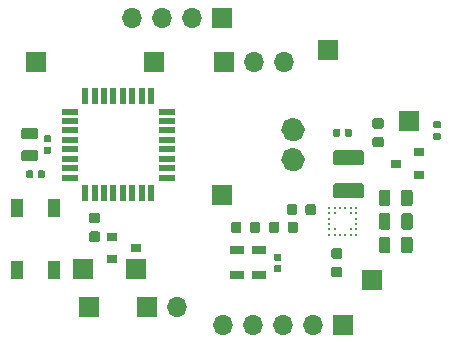
<source format=gbr>
G04 #@! TF.GenerationSoftware,KiCad,Pcbnew,(5.1.5)-3*
G04 #@! TF.CreationDate,2021-01-08T03:31:11-05:00*
G04 #@! TF.ProjectId,EPC611 LIDAR,45504336-3131-4204-9c49-4441522e6b69,rev?*
G04 #@! TF.SameCoordinates,Original*
G04 #@! TF.FileFunction,Soldermask,Top*
G04 #@! TF.FilePolarity,Negative*
%FSLAX46Y46*%
G04 Gerber Fmt 4.6, Leading zero omitted, Abs format (unit mm)*
G04 Created by KiCad (PCBNEW (5.1.5)-3) date 2021-01-08 03:31:11*
%MOMM*%
%LPD*%
G04 APERTURE LIST*
%ADD10C,1.000000*%
%ADD11R,1.193800X0.762000*%
%ADD12R,1.473200X0.508000*%
%ADD13R,0.508000X1.473200*%
%ADD14C,0.250000*%
%ADD15R,1.700000X1.700000*%
%ADD16R,0.990600X1.549400*%
%ADD17C,0.100000*%
%ADD18R,0.900000X0.800000*%
%ADD19O,1.700000X1.700000*%
G04 APERTURE END LIST*
D10*
X125300000Y-106270000D02*
G75*
G03X125300000Y-106270000I-500000J0D01*
G01*
X125300000Y-103730000D02*
G75*
G03X125300000Y-103730000I-500000J0D01*
G01*
D11*
X121952500Y-116054100D03*
X121952500Y-113945900D03*
X120047500Y-113945900D03*
X120047500Y-116054100D03*
D12*
X105885200Y-102200001D03*
X105885200Y-102999999D03*
X105885200Y-103800000D03*
X105885200Y-104600001D03*
X105885200Y-105399999D03*
X105885200Y-106200000D03*
X105885200Y-106999999D03*
X105885200Y-107799999D03*
D13*
X107200001Y-109114800D03*
X107999999Y-109114800D03*
X108800000Y-109114800D03*
X109600001Y-109114800D03*
X110399999Y-109114800D03*
X111200000Y-109114800D03*
X111999999Y-109114800D03*
X112799999Y-109114800D03*
D12*
X114114800Y-107799999D03*
X114114800Y-107000001D03*
X114114800Y-106200000D03*
X114114800Y-105399999D03*
X114114800Y-104600001D03*
X114114800Y-103800000D03*
X114114800Y-103000001D03*
X114114800Y-102200001D03*
D13*
X112799999Y-100885200D03*
X112000001Y-100885200D03*
X111200000Y-100885200D03*
X110399999Y-100885200D03*
X109600001Y-100885200D03*
X108800000Y-100885200D03*
X108000001Y-100885200D03*
X107200001Y-100885200D03*
D14*
X130125000Y-112625000D03*
X130125000Y-112175000D03*
X130125000Y-111725000D03*
X130125000Y-111275000D03*
X130125000Y-110825000D03*
X130125000Y-110375000D03*
X129675000Y-112625000D03*
X129675000Y-112175000D03*
X129675000Y-110825000D03*
X129675000Y-110375000D03*
X129225000Y-112625000D03*
X129225000Y-110375000D03*
X128775000Y-112625000D03*
X128775000Y-110375000D03*
X128325000Y-112625000D03*
X128325000Y-112175000D03*
X128325000Y-110825000D03*
X128325000Y-110375000D03*
X127875000Y-112625000D03*
X127875000Y-112175000D03*
X127875000Y-111725000D03*
X127875000Y-111275000D03*
X127875000Y-110825000D03*
X127875000Y-110375000D03*
D15*
X103000000Y-98000000D03*
X131500000Y-116500000D03*
X127750000Y-97000000D03*
X107500000Y-118750000D03*
X134600000Y-103000000D03*
X118750000Y-109250000D03*
X113000000Y-98000000D03*
X111500000Y-115500000D03*
X107000000Y-115500000D03*
D16*
X101400001Y-115625001D03*
X104599999Y-115625001D03*
X104599999Y-110374999D03*
X101400001Y-110374999D03*
D17*
G36*
X123452691Y-111526053D02*
G01*
X123473926Y-111529203D01*
X123494750Y-111534419D01*
X123514962Y-111541651D01*
X123534368Y-111550830D01*
X123552781Y-111561866D01*
X123570024Y-111574654D01*
X123585930Y-111589070D01*
X123600346Y-111604976D01*
X123613134Y-111622219D01*
X123624170Y-111640632D01*
X123633349Y-111660038D01*
X123640581Y-111680250D01*
X123645797Y-111701074D01*
X123648947Y-111722309D01*
X123650000Y-111743750D01*
X123650000Y-112256250D01*
X123648947Y-112277691D01*
X123645797Y-112298926D01*
X123640581Y-112319750D01*
X123633349Y-112339962D01*
X123624170Y-112359368D01*
X123613134Y-112377781D01*
X123600346Y-112395024D01*
X123585930Y-112410930D01*
X123570024Y-112425346D01*
X123552781Y-112438134D01*
X123534368Y-112449170D01*
X123514962Y-112458349D01*
X123494750Y-112465581D01*
X123473926Y-112470797D01*
X123452691Y-112473947D01*
X123431250Y-112475000D01*
X122993750Y-112475000D01*
X122972309Y-112473947D01*
X122951074Y-112470797D01*
X122930250Y-112465581D01*
X122910038Y-112458349D01*
X122890632Y-112449170D01*
X122872219Y-112438134D01*
X122854976Y-112425346D01*
X122839070Y-112410930D01*
X122824654Y-112395024D01*
X122811866Y-112377781D01*
X122800830Y-112359368D01*
X122791651Y-112339962D01*
X122784419Y-112319750D01*
X122779203Y-112298926D01*
X122776053Y-112277691D01*
X122775000Y-112256250D01*
X122775000Y-111743750D01*
X122776053Y-111722309D01*
X122779203Y-111701074D01*
X122784419Y-111680250D01*
X122791651Y-111660038D01*
X122800830Y-111640632D01*
X122811866Y-111622219D01*
X122824654Y-111604976D01*
X122839070Y-111589070D01*
X122854976Y-111574654D01*
X122872219Y-111561866D01*
X122890632Y-111550830D01*
X122910038Y-111541651D01*
X122930250Y-111534419D01*
X122951074Y-111529203D01*
X122972309Y-111526053D01*
X122993750Y-111525000D01*
X123431250Y-111525000D01*
X123452691Y-111526053D01*
G37*
G36*
X125027691Y-111526053D02*
G01*
X125048926Y-111529203D01*
X125069750Y-111534419D01*
X125089962Y-111541651D01*
X125109368Y-111550830D01*
X125127781Y-111561866D01*
X125145024Y-111574654D01*
X125160930Y-111589070D01*
X125175346Y-111604976D01*
X125188134Y-111622219D01*
X125199170Y-111640632D01*
X125208349Y-111660038D01*
X125215581Y-111680250D01*
X125220797Y-111701074D01*
X125223947Y-111722309D01*
X125225000Y-111743750D01*
X125225000Y-112256250D01*
X125223947Y-112277691D01*
X125220797Y-112298926D01*
X125215581Y-112319750D01*
X125208349Y-112339962D01*
X125199170Y-112359368D01*
X125188134Y-112377781D01*
X125175346Y-112395024D01*
X125160930Y-112410930D01*
X125145024Y-112425346D01*
X125127781Y-112438134D01*
X125109368Y-112449170D01*
X125089962Y-112458349D01*
X125069750Y-112465581D01*
X125048926Y-112470797D01*
X125027691Y-112473947D01*
X125006250Y-112475000D01*
X124568750Y-112475000D01*
X124547309Y-112473947D01*
X124526074Y-112470797D01*
X124505250Y-112465581D01*
X124485038Y-112458349D01*
X124465632Y-112449170D01*
X124447219Y-112438134D01*
X124429976Y-112425346D01*
X124414070Y-112410930D01*
X124399654Y-112395024D01*
X124386866Y-112377781D01*
X124375830Y-112359368D01*
X124366651Y-112339962D01*
X124359419Y-112319750D01*
X124354203Y-112298926D01*
X124351053Y-112277691D01*
X124350000Y-112256250D01*
X124350000Y-111743750D01*
X124351053Y-111722309D01*
X124354203Y-111701074D01*
X124359419Y-111680250D01*
X124366651Y-111660038D01*
X124375830Y-111640632D01*
X124386866Y-111622219D01*
X124399654Y-111604976D01*
X124414070Y-111589070D01*
X124429976Y-111574654D01*
X124447219Y-111561866D01*
X124465632Y-111550830D01*
X124485038Y-111541651D01*
X124505250Y-111534419D01*
X124526074Y-111529203D01*
X124547309Y-111526053D01*
X124568750Y-111525000D01*
X125006250Y-111525000D01*
X125027691Y-111526053D01*
G37*
G36*
X120240191Y-111526053D02*
G01*
X120261426Y-111529203D01*
X120282250Y-111534419D01*
X120302462Y-111541651D01*
X120321868Y-111550830D01*
X120340281Y-111561866D01*
X120357524Y-111574654D01*
X120373430Y-111589070D01*
X120387846Y-111604976D01*
X120400634Y-111622219D01*
X120411670Y-111640632D01*
X120420849Y-111660038D01*
X120428081Y-111680250D01*
X120433297Y-111701074D01*
X120436447Y-111722309D01*
X120437500Y-111743750D01*
X120437500Y-112256250D01*
X120436447Y-112277691D01*
X120433297Y-112298926D01*
X120428081Y-112319750D01*
X120420849Y-112339962D01*
X120411670Y-112359368D01*
X120400634Y-112377781D01*
X120387846Y-112395024D01*
X120373430Y-112410930D01*
X120357524Y-112425346D01*
X120340281Y-112438134D01*
X120321868Y-112449170D01*
X120302462Y-112458349D01*
X120282250Y-112465581D01*
X120261426Y-112470797D01*
X120240191Y-112473947D01*
X120218750Y-112475000D01*
X119781250Y-112475000D01*
X119759809Y-112473947D01*
X119738574Y-112470797D01*
X119717750Y-112465581D01*
X119697538Y-112458349D01*
X119678132Y-112449170D01*
X119659719Y-112438134D01*
X119642476Y-112425346D01*
X119626570Y-112410930D01*
X119612154Y-112395024D01*
X119599366Y-112377781D01*
X119588330Y-112359368D01*
X119579151Y-112339962D01*
X119571919Y-112319750D01*
X119566703Y-112298926D01*
X119563553Y-112277691D01*
X119562500Y-112256250D01*
X119562500Y-111743750D01*
X119563553Y-111722309D01*
X119566703Y-111701074D01*
X119571919Y-111680250D01*
X119579151Y-111660038D01*
X119588330Y-111640632D01*
X119599366Y-111622219D01*
X119612154Y-111604976D01*
X119626570Y-111589070D01*
X119642476Y-111574654D01*
X119659719Y-111561866D01*
X119678132Y-111550830D01*
X119697538Y-111541651D01*
X119717750Y-111534419D01*
X119738574Y-111529203D01*
X119759809Y-111526053D01*
X119781250Y-111525000D01*
X120218750Y-111525000D01*
X120240191Y-111526053D01*
G37*
G36*
X121815191Y-111526053D02*
G01*
X121836426Y-111529203D01*
X121857250Y-111534419D01*
X121877462Y-111541651D01*
X121896868Y-111550830D01*
X121915281Y-111561866D01*
X121932524Y-111574654D01*
X121948430Y-111589070D01*
X121962846Y-111604976D01*
X121975634Y-111622219D01*
X121986670Y-111640632D01*
X121995849Y-111660038D01*
X122003081Y-111680250D01*
X122008297Y-111701074D01*
X122011447Y-111722309D01*
X122012500Y-111743750D01*
X122012500Y-112256250D01*
X122011447Y-112277691D01*
X122008297Y-112298926D01*
X122003081Y-112319750D01*
X121995849Y-112339962D01*
X121986670Y-112359368D01*
X121975634Y-112377781D01*
X121962846Y-112395024D01*
X121948430Y-112410930D01*
X121932524Y-112425346D01*
X121915281Y-112438134D01*
X121896868Y-112449170D01*
X121877462Y-112458349D01*
X121857250Y-112465581D01*
X121836426Y-112470797D01*
X121815191Y-112473947D01*
X121793750Y-112475000D01*
X121356250Y-112475000D01*
X121334809Y-112473947D01*
X121313574Y-112470797D01*
X121292750Y-112465581D01*
X121272538Y-112458349D01*
X121253132Y-112449170D01*
X121234719Y-112438134D01*
X121217476Y-112425346D01*
X121201570Y-112410930D01*
X121187154Y-112395024D01*
X121174366Y-112377781D01*
X121163330Y-112359368D01*
X121154151Y-112339962D01*
X121146919Y-112319750D01*
X121141703Y-112298926D01*
X121138553Y-112277691D01*
X121137500Y-112256250D01*
X121137500Y-111743750D01*
X121138553Y-111722309D01*
X121141703Y-111701074D01*
X121146919Y-111680250D01*
X121154151Y-111660038D01*
X121163330Y-111640632D01*
X121174366Y-111622219D01*
X121187154Y-111604976D01*
X121201570Y-111589070D01*
X121217476Y-111574654D01*
X121234719Y-111561866D01*
X121253132Y-111550830D01*
X121272538Y-111541651D01*
X121292750Y-111534419D01*
X121313574Y-111529203D01*
X121334809Y-111526053D01*
X121356250Y-111525000D01*
X121793750Y-111525000D01*
X121815191Y-111526053D01*
G37*
G36*
X108277691Y-110776053D02*
G01*
X108298926Y-110779203D01*
X108319750Y-110784419D01*
X108339962Y-110791651D01*
X108359368Y-110800830D01*
X108377781Y-110811866D01*
X108395024Y-110824654D01*
X108410930Y-110839070D01*
X108425346Y-110854976D01*
X108438134Y-110872219D01*
X108449170Y-110890632D01*
X108458349Y-110910038D01*
X108465581Y-110930250D01*
X108470797Y-110951074D01*
X108473947Y-110972309D01*
X108475000Y-110993750D01*
X108475000Y-111431250D01*
X108473947Y-111452691D01*
X108470797Y-111473926D01*
X108465581Y-111494750D01*
X108458349Y-111514962D01*
X108449170Y-111534368D01*
X108438134Y-111552781D01*
X108425346Y-111570024D01*
X108410930Y-111585930D01*
X108395024Y-111600346D01*
X108377781Y-111613134D01*
X108359368Y-111624170D01*
X108339962Y-111633349D01*
X108319750Y-111640581D01*
X108298926Y-111645797D01*
X108277691Y-111648947D01*
X108256250Y-111650000D01*
X107743750Y-111650000D01*
X107722309Y-111648947D01*
X107701074Y-111645797D01*
X107680250Y-111640581D01*
X107660038Y-111633349D01*
X107640632Y-111624170D01*
X107622219Y-111613134D01*
X107604976Y-111600346D01*
X107589070Y-111585930D01*
X107574654Y-111570024D01*
X107561866Y-111552781D01*
X107550830Y-111534368D01*
X107541651Y-111514962D01*
X107534419Y-111494750D01*
X107529203Y-111473926D01*
X107526053Y-111452691D01*
X107525000Y-111431250D01*
X107525000Y-110993750D01*
X107526053Y-110972309D01*
X107529203Y-110951074D01*
X107534419Y-110930250D01*
X107541651Y-110910038D01*
X107550830Y-110890632D01*
X107561866Y-110872219D01*
X107574654Y-110854976D01*
X107589070Y-110839070D01*
X107604976Y-110824654D01*
X107622219Y-110811866D01*
X107640632Y-110800830D01*
X107660038Y-110791651D01*
X107680250Y-110784419D01*
X107701074Y-110779203D01*
X107722309Y-110776053D01*
X107743750Y-110775000D01*
X108256250Y-110775000D01*
X108277691Y-110776053D01*
G37*
G36*
X108277691Y-112351053D02*
G01*
X108298926Y-112354203D01*
X108319750Y-112359419D01*
X108339962Y-112366651D01*
X108359368Y-112375830D01*
X108377781Y-112386866D01*
X108395024Y-112399654D01*
X108410930Y-112414070D01*
X108425346Y-112429976D01*
X108438134Y-112447219D01*
X108449170Y-112465632D01*
X108458349Y-112485038D01*
X108465581Y-112505250D01*
X108470797Y-112526074D01*
X108473947Y-112547309D01*
X108475000Y-112568750D01*
X108475000Y-113006250D01*
X108473947Y-113027691D01*
X108470797Y-113048926D01*
X108465581Y-113069750D01*
X108458349Y-113089962D01*
X108449170Y-113109368D01*
X108438134Y-113127781D01*
X108425346Y-113145024D01*
X108410930Y-113160930D01*
X108395024Y-113175346D01*
X108377781Y-113188134D01*
X108359368Y-113199170D01*
X108339962Y-113208349D01*
X108319750Y-113215581D01*
X108298926Y-113220797D01*
X108277691Y-113223947D01*
X108256250Y-113225000D01*
X107743750Y-113225000D01*
X107722309Y-113223947D01*
X107701074Y-113220797D01*
X107680250Y-113215581D01*
X107660038Y-113208349D01*
X107640632Y-113199170D01*
X107622219Y-113188134D01*
X107604976Y-113175346D01*
X107589070Y-113160930D01*
X107574654Y-113145024D01*
X107561866Y-113127781D01*
X107550830Y-113109368D01*
X107541651Y-113089962D01*
X107534419Y-113069750D01*
X107529203Y-113048926D01*
X107526053Y-113027691D01*
X107525000Y-113006250D01*
X107525000Y-112568750D01*
X107526053Y-112547309D01*
X107529203Y-112526074D01*
X107534419Y-112505250D01*
X107541651Y-112485038D01*
X107550830Y-112465632D01*
X107561866Y-112447219D01*
X107574654Y-112429976D01*
X107589070Y-112414070D01*
X107604976Y-112399654D01*
X107622219Y-112386866D01*
X107640632Y-112375830D01*
X107660038Y-112366651D01*
X107680250Y-112359419D01*
X107701074Y-112354203D01*
X107722309Y-112351053D01*
X107743750Y-112350000D01*
X108256250Y-112350000D01*
X108277691Y-112351053D01*
G37*
G36*
X132277691Y-104351053D02*
G01*
X132298926Y-104354203D01*
X132319750Y-104359419D01*
X132339962Y-104366651D01*
X132359368Y-104375830D01*
X132377781Y-104386866D01*
X132395024Y-104399654D01*
X132410930Y-104414070D01*
X132425346Y-104429976D01*
X132438134Y-104447219D01*
X132449170Y-104465632D01*
X132458349Y-104485038D01*
X132465581Y-104505250D01*
X132470797Y-104526074D01*
X132473947Y-104547309D01*
X132475000Y-104568750D01*
X132475000Y-105006250D01*
X132473947Y-105027691D01*
X132470797Y-105048926D01*
X132465581Y-105069750D01*
X132458349Y-105089962D01*
X132449170Y-105109368D01*
X132438134Y-105127781D01*
X132425346Y-105145024D01*
X132410930Y-105160930D01*
X132395024Y-105175346D01*
X132377781Y-105188134D01*
X132359368Y-105199170D01*
X132339962Y-105208349D01*
X132319750Y-105215581D01*
X132298926Y-105220797D01*
X132277691Y-105223947D01*
X132256250Y-105225000D01*
X131743750Y-105225000D01*
X131722309Y-105223947D01*
X131701074Y-105220797D01*
X131680250Y-105215581D01*
X131660038Y-105208349D01*
X131640632Y-105199170D01*
X131622219Y-105188134D01*
X131604976Y-105175346D01*
X131589070Y-105160930D01*
X131574654Y-105145024D01*
X131561866Y-105127781D01*
X131550830Y-105109368D01*
X131541651Y-105089962D01*
X131534419Y-105069750D01*
X131529203Y-105048926D01*
X131526053Y-105027691D01*
X131525000Y-105006250D01*
X131525000Y-104568750D01*
X131526053Y-104547309D01*
X131529203Y-104526074D01*
X131534419Y-104505250D01*
X131541651Y-104485038D01*
X131550830Y-104465632D01*
X131561866Y-104447219D01*
X131574654Y-104429976D01*
X131589070Y-104414070D01*
X131604976Y-104399654D01*
X131622219Y-104386866D01*
X131640632Y-104375830D01*
X131660038Y-104366651D01*
X131680250Y-104359419D01*
X131701074Y-104354203D01*
X131722309Y-104351053D01*
X131743750Y-104350000D01*
X132256250Y-104350000D01*
X132277691Y-104351053D01*
G37*
G36*
X132277691Y-102776053D02*
G01*
X132298926Y-102779203D01*
X132319750Y-102784419D01*
X132339962Y-102791651D01*
X132359368Y-102800830D01*
X132377781Y-102811866D01*
X132395024Y-102824654D01*
X132410930Y-102839070D01*
X132425346Y-102854976D01*
X132438134Y-102872219D01*
X132449170Y-102890632D01*
X132458349Y-102910038D01*
X132465581Y-102930250D01*
X132470797Y-102951074D01*
X132473947Y-102972309D01*
X132475000Y-102993750D01*
X132475000Y-103431250D01*
X132473947Y-103452691D01*
X132470797Y-103473926D01*
X132465581Y-103494750D01*
X132458349Y-103514962D01*
X132449170Y-103534368D01*
X132438134Y-103552781D01*
X132425346Y-103570024D01*
X132410930Y-103585930D01*
X132395024Y-103600346D01*
X132377781Y-103613134D01*
X132359368Y-103624170D01*
X132339962Y-103633349D01*
X132319750Y-103640581D01*
X132298926Y-103645797D01*
X132277691Y-103648947D01*
X132256250Y-103650000D01*
X131743750Y-103650000D01*
X131722309Y-103648947D01*
X131701074Y-103645797D01*
X131680250Y-103640581D01*
X131660038Y-103633349D01*
X131640632Y-103624170D01*
X131622219Y-103613134D01*
X131604976Y-103600346D01*
X131589070Y-103585930D01*
X131574654Y-103570024D01*
X131561866Y-103552781D01*
X131550830Y-103534368D01*
X131541651Y-103514962D01*
X131534419Y-103494750D01*
X131529203Y-103473926D01*
X131526053Y-103452691D01*
X131525000Y-103431250D01*
X131525000Y-102993750D01*
X131526053Y-102972309D01*
X131529203Y-102951074D01*
X131534419Y-102930250D01*
X131541651Y-102910038D01*
X131550830Y-102890632D01*
X131561866Y-102872219D01*
X131574654Y-102854976D01*
X131589070Y-102839070D01*
X131604976Y-102824654D01*
X131622219Y-102811866D01*
X131640632Y-102800830D01*
X131660038Y-102791651D01*
X131680250Y-102784419D01*
X131701074Y-102779203D01*
X131722309Y-102776053D01*
X131743750Y-102775000D01*
X132256250Y-102775000D01*
X132277691Y-102776053D01*
G37*
G36*
X130599504Y-108276204D02*
G01*
X130623773Y-108279804D01*
X130647571Y-108285765D01*
X130670671Y-108294030D01*
X130692849Y-108304520D01*
X130713893Y-108317133D01*
X130733598Y-108331747D01*
X130751777Y-108348223D01*
X130768253Y-108366402D01*
X130782867Y-108386107D01*
X130795480Y-108407151D01*
X130805970Y-108429329D01*
X130814235Y-108452429D01*
X130820196Y-108476227D01*
X130823796Y-108500496D01*
X130825000Y-108525000D01*
X130825000Y-109275000D01*
X130823796Y-109299504D01*
X130820196Y-109323773D01*
X130814235Y-109347571D01*
X130805970Y-109370671D01*
X130795480Y-109392849D01*
X130782867Y-109413893D01*
X130768253Y-109433598D01*
X130751777Y-109451777D01*
X130733598Y-109468253D01*
X130713893Y-109482867D01*
X130692849Y-109495480D01*
X130670671Y-109505970D01*
X130647571Y-109514235D01*
X130623773Y-109520196D01*
X130599504Y-109523796D01*
X130575000Y-109525000D01*
X128425000Y-109525000D01*
X128400496Y-109523796D01*
X128376227Y-109520196D01*
X128352429Y-109514235D01*
X128329329Y-109505970D01*
X128307151Y-109495480D01*
X128286107Y-109482867D01*
X128266402Y-109468253D01*
X128248223Y-109451777D01*
X128231747Y-109433598D01*
X128217133Y-109413893D01*
X128204520Y-109392849D01*
X128194030Y-109370671D01*
X128185765Y-109347571D01*
X128179804Y-109323773D01*
X128176204Y-109299504D01*
X128175000Y-109275000D01*
X128175000Y-108525000D01*
X128176204Y-108500496D01*
X128179804Y-108476227D01*
X128185765Y-108452429D01*
X128194030Y-108429329D01*
X128204520Y-108407151D01*
X128217133Y-108386107D01*
X128231747Y-108366402D01*
X128248223Y-108348223D01*
X128266402Y-108331747D01*
X128286107Y-108317133D01*
X128307151Y-108304520D01*
X128329329Y-108294030D01*
X128352429Y-108285765D01*
X128376227Y-108279804D01*
X128400496Y-108276204D01*
X128425000Y-108275000D01*
X130575000Y-108275000D01*
X130599504Y-108276204D01*
G37*
G36*
X130599504Y-105476204D02*
G01*
X130623773Y-105479804D01*
X130647571Y-105485765D01*
X130670671Y-105494030D01*
X130692849Y-105504520D01*
X130713893Y-105517133D01*
X130733598Y-105531747D01*
X130751777Y-105548223D01*
X130768253Y-105566402D01*
X130782867Y-105586107D01*
X130795480Y-105607151D01*
X130805970Y-105629329D01*
X130814235Y-105652429D01*
X130820196Y-105676227D01*
X130823796Y-105700496D01*
X130825000Y-105725000D01*
X130825000Y-106475000D01*
X130823796Y-106499504D01*
X130820196Y-106523773D01*
X130814235Y-106547571D01*
X130805970Y-106570671D01*
X130795480Y-106592849D01*
X130782867Y-106613893D01*
X130768253Y-106633598D01*
X130751777Y-106651777D01*
X130733598Y-106668253D01*
X130713893Y-106682867D01*
X130692849Y-106695480D01*
X130670671Y-106705970D01*
X130647571Y-106714235D01*
X130623773Y-106720196D01*
X130599504Y-106723796D01*
X130575000Y-106725000D01*
X128425000Y-106725000D01*
X128400496Y-106723796D01*
X128376227Y-106720196D01*
X128352429Y-106714235D01*
X128329329Y-106705970D01*
X128307151Y-106695480D01*
X128286107Y-106682867D01*
X128266402Y-106668253D01*
X128248223Y-106651777D01*
X128231747Y-106633598D01*
X128217133Y-106613893D01*
X128204520Y-106592849D01*
X128194030Y-106570671D01*
X128185765Y-106547571D01*
X128179804Y-106523773D01*
X128176204Y-106499504D01*
X128175000Y-106475000D01*
X128175000Y-105725000D01*
X128176204Y-105700496D01*
X128179804Y-105676227D01*
X128185765Y-105652429D01*
X128194030Y-105629329D01*
X128204520Y-105607151D01*
X128217133Y-105586107D01*
X128231747Y-105566402D01*
X128248223Y-105548223D01*
X128266402Y-105531747D01*
X128286107Y-105517133D01*
X128307151Y-105504520D01*
X128329329Y-105494030D01*
X128352429Y-105485765D01*
X128376227Y-105479804D01*
X128400496Y-105476204D01*
X128425000Y-105475000D01*
X130575000Y-105475000D01*
X130599504Y-105476204D01*
G37*
D18*
X111500000Y-113750000D03*
X109500000Y-114700000D03*
X109500000Y-112800000D03*
D19*
X115000000Y-118750000D03*
D15*
X112460000Y-118750000D03*
D19*
X124080000Y-98000000D03*
X121540000Y-98000000D03*
D15*
X119000000Y-98000000D03*
D19*
X118840000Y-120250000D03*
X121380000Y-120250000D03*
X123920000Y-120250000D03*
X126460000Y-120250000D03*
D15*
X129000000Y-120250000D03*
D19*
X111130000Y-94250000D03*
X113670000Y-94250000D03*
X116210000Y-94250000D03*
D15*
X118750000Y-94250000D03*
D18*
X133500000Y-106600000D03*
X135500000Y-105650000D03*
X135500000Y-107550000D03*
D17*
G36*
X102980142Y-105451174D02*
G01*
X103003803Y-105454684D01*
X103027007Y-105460496D01*
X103049529Y-105468554D01*
X103071153Y-105478782D01*
X103091670Y-105491079D01*
X103110883Y-105505329D01*
X103128607Y-105521393D01*
X103144671Y-105539117D01*
X103158921Y-105558330D01*
X103171218Y-105578847D01*
X103181446Y-105600471D01*
X103189504Y-105622993D01*
X103195316Y-105646197D01*
X103198826Y-105669858D01*
X103200000Y-105693750D01*
X103200000Y-106181250D01*
X103198826Y-106205142D01*
X103195316Y-106228803D01*
X103189504Y-106252007D01*
X103181446Y-106274529D01*
X103171218Y-106296153D01*
X103158921Y-106316670D01*
X103144671Y-106335883D01*
X103128607Y-106353607D01*
X103110883Y-106369671D01*
X103091670Y-106383921D01*
X103071153Y-106396218D01*
X103049529Y-106406446D01*
X103027007Y-106414504D01*
X103003803Y-106420316D01*
X102980142Y-106423826D01*
X102956250Y-106425000D01*
X102043750Y-106425000D01*
X102019858Y-106423826D01*
X101996197Y-106420316D01*
X101972993Y-106414504D01*
X101950471Y-106406446D01*
X101928847Y-106396218D01*
X101908330Y-106383921D01*
X101889117Y-106369671D01*
X101871393Y-106353607D01*
X101855329Y-106335883D01*
X101841079Y-106316670D01*
X101828782Y-106296153D01*
X101818554Y-106274529D01*
X101810496Y-106252007D01*
X101804684Y-106228803D01*
X101801174Y-106205142D01*
X101800000Y-106181250D01*
X101800000Y-105693750D01*
X101801174Y-105669858D01*
X101804684Y-105646197D01*
X101810496Y-105622993D01*
X101818554Y-105600471D01*
X101828782Y-105578847D01*
X101841079Y-105558330D01*
X101855329Y-105539117D01*
X101871393Y-105521393D01*
X101889117Y-105505329D01*
X101908330Y-105491079D01*
X101928847Y-105478782D01*
X101950471Y-105468554D01*
X101972993Y-105460496D01*
X101996197Y-105454684D01*
X102019858Y-105451174D01*
X102043750Y-105450000D01*
X102956250Y-105450000D01*
X102980142Y-105451174D01*
G37*
G36*
X102980142Y-103576174D02*
G01*
X103003803Y-103579684D01*
X103027007Y-103585496D01*
X103049529Y-103593554D01*
X103071153Y-103603782D01*
X103091670Y-103616079D01*
X103110883Y-103630329D01*
X103128607Y-103646393D01*
X103144671Y-103664117D01*
X103158921Y-103683330D01*
X103171218Y-103703847D01*
X103181446Y-103725471D01*
X103189504Y-103747993D01*
X103195316Y-103771197D01*
X103198826Y-103794858D01*
X103200000Y-103818750D01*
X103200000Y-104306250D01*
X103198826Y-104330142D01*
X103195316Y-104353803D01*
X103189504Y-104377007D01*
X103181446Y-104399529D01*
X103171218Y-104421153D01*
X103158921Y-104441670D01*
X103144671Y-104460883D01*
X103128607Y-104478607D01*
X103110883Y-104494671D01*
X103091670Y-104508921D01*
X103071153Y-104521218D01*
X103049529Y-104531446D01*
X103027007Y-104539504D01*
X103003803Y-104545316D01*
X102980142Y-104548826D01*
X102956250Y-104550000D01*
X102043750Y-104550000D01*
X102019858Y-104548826D01*
X101996197Y-104545316D01*
X101972993Y-104539504D01*
X101950471Y-104531446D01*
X101928847Y-104521218D01*
X101908330Y-104508921D01*
X101889117Y-104494671D01*
X101871393Y-104478607D01*
X101855329Y-104460883D01*
X101841079Y-104441670D01*
X101828782Y-104421153D01*
X101818554Y-104399529D01*
X101810496Y-104377007D01*
X101804684Y-104353803D01*
X101801174Y-104330142D01*
X101800000Y-104306250D01*
X101800000Y-103818750D01*
X101801174Y-103794858D01*
X101804684Y-103771197D01*
X101810496Y-103747993D01*
X101818554Y-103725471D01*
X101828782Y-103703847D01*
X101841079Y-103683330D01*
X101855329Y-103664117D01*
X101871393Y-103646393D01*
X101889117Y-103630329D01*
X101908330Y-103616079D01*
X101928847Y-103603782D01*
X101950471Y-103593554D01*
X101972993Y-103585496D01*
X101996197Y-103579684D01*
X102019858Y-103576174D01*
X102043750Y-103575000D01*
X102956250Y-103575000D01*
X102980142Y-103576174D01*
G37*
G36*
X104186958Y-105190710D02*
G01*
X104201276Y-105192834D01*
X104215317Y-105196351D01*
X104228946Y-105201228D01*
X104242031Y-105207417D01*
X104254447Y-105214858D01*
X104266073Y-105223481D01*
X104276798Y-105233202D01*
X104286519Y-105243927D01*
X104295142Y-105255553D01*
X104302583Y-105267969D01*
X104308772Y-105281054D01*
X104313649Y-105294683D01*
X104317166Y-105308724D01*
X104319290Y-105323042D01*
X104320000Y-105337500D01*
X104320000Y-105632500D01*
X104319290Y-105646958D01*
X104317166Y-105661276D01*
X104313649Y-105675317D01*
X104308772Y-105688946D01*
X104302583Y-105702031D01*
X104295142Y-105714447D01*
X104286519Y-105726073D01*
X104276798Y-105736798D01*
X104266073Y-105746519D01*
X104254447Y-105755142D01*
X104242031Y-105762583D01*
X104228946Y-105768772D01*
X104215317Y-105773649D01*
X104201276Y-105777166D01*
X104186958Y-105779290D01*
X104172500Y-105780000D01*
X103827500Y-105780000D01*
X103813042Y-105779290D01*
X103798724Y-105777166D01*
X103784683Y-105773649D01*
X103771054Y-105768772D01*
X103757969Y-105762583D01*
X103745553Y-105755142D01*
X103733927Y-105746519D01*
X103723202Y-105736798D01*
X103713481Y-105726073D01*
X103704858Y-105714447D01*
X103697417Y-105702031D01*
X103691228Y-105688946D01*
X103686351Y-105675317D01*
X103682834Y-105661276D01*
X103680710Y-105646958D01*
X103680000Y-105632500D01*
X103680000Y-105337500D01*
X103680710Y-105323042D01*
X103682834Y-105308724D01*
X103686351Y-105294683D01*
X103691228Y-105281054D01*
X103697417Y-105267969D01*
X103704858Y-105255553D01*
X103713481Y-105243927D01*
X103723202Y-105233202D01*
X103733927Y-105223481D01*
X103745553Y-105214858D01*
X103757969Y-105207417D01*
X103771054Y-105201228D01*
X103784683Y-105196351D01*
X103798724Y-105192834D01*
X103813042Y-105190710D01*
X103827500Y-105190000D01*
X104172500Y-105190000D01*
X104186958Y-105190710D01*
G37*
G36*
X104186958Y-104220710D02*
G01*
X104201276Y-104222834D01*
X104215317Y-104226351D01*
X104228946Y-104231228D01*
X104242031Y-104237417D01*
X104254447Y-104244858D01*
X104266073Y-104253481D01*
X104276798Y-104263202D01*
X104286519Y-104273927D01*
X104295142Y-104285553D01*
X104302583Y-104297969D01*
X104308772Y-104311054D01*
X104313649Y-104324683D01*
X104317166Y-104338724D01*
X104319290Y-104353042D01*
X104320000Y-104367500D01*
X104320000Y-104662500D01*
X104319290Y-104676958D01*
X104317166Y-104691276D01*
X104313649Y-104705317D01*
X104308772Y-104718946D01*
X104302583Y-104732031D01*
X104295142Y-104744447D01*
X104286519Y-104756073D01*
X104276798Y-104766798D01*
X104266073Y-104776519D01*
X104254447Y-104785142D01*
X104242031Y-104792583D01*
X104228946Y-104798772D01*
X104215317Y-104803649D01*
X104201276Y-104807166D01*
X104186958Y-104809290D01*
X104172500Y-104810000D01*
X103827500Y-104810000D01*
X103813042Y-104809290D01*
X103798724Y-104807166D01*
X103784683Y-104803649D01*
X103771054Y-104798772D01*
X103757969Y-104792583D01*
X103745553Y-104785142D01*
X103733927Y-104776519D01*
X103723202Y-104766798D01*
X103713481Y-104756073D01*
X103704858Y-104744447D01*
X103697417Y-104732031D01*
X103691228Y-104718946D01*
X103686351Y-104705317D01*
X103682834Y-104691276D01*
X103680710Y-104676958D01*
X103680000Y-104662500D01*
X103680000Y-104367500D01*
X103680710Y-104353042D01*
X103682834Y-104338724D01*
X103686351Y-104324683D01*
X103691228Y-104311054D01*
X103697417Y-104297969D01*
X103704858Y-104285553D01*
X103713481Y-104273927D01*
X103723202Y-104263202D01*
X103733927Y-104253481D01*
X103745553Y-104244858D01*
X103757969Y-104237417D01*
X103771054Y-104231228D01*
X103784683Y-104226351D01*
X103798724Y-104222834D01*
X103813042Y-104220710D01*
X103827500Y-104220000D01*
X104172500Y-104220000D01*
X104186958Y-104220710D01*
G37*
G36*
X102676958Y-107180710D02*
G01*
X102691276Y-107182834D01*
X102705317Y-107186351D01*
X102718946Y-107191228D01*
X102732031Y-107197417D01*
X102744447Y-107204858D01*
X102756073Y-107213481D01*
X102766798Y-107223202D01*
X102776519Y-107233927D01*
X102785142Y-107245553D01*
X102792583Y-107257969D01*
X102798772Y-107271054D01*
X102803649Y-107284683D01*
X102807166Y-107298724D01*
X102809290Y-107313042D01*
X102810000Y-107327500D01*
X102810000Y-107672500D01*
X102809290Y-107686958D01*
X102807166Y-107701276D01*
X102803649Y-107715317D01*
X102798772Y-107728946D01*
X102792583Y-107742031D01*
X102785142Y-107754447D01*
X102776519Y-107766073D01*
X102766798Y-107776798D01*
X102756073Y-107786519D01*
X102744447Y-107795142D01*
X102732031Y-107802583D01*
X102718946Y-107808772D01*
X102705317Y-107813649D01*
X102691276Y-107817166D01*
X102676958Y-107819290D01*
X102662500Y-107820000D01*
X102367500Y-107820000D01*
X102353042Y-107819290D01*
X102338724Y-107817166D01*
X102324683Y-107813649D01*
X102311054Y-107808772D01*
X102297969Y-107802583D01*
X102285553Y-107795142D01*
X102273927Y-107786519D01*
X102263202Y-107776798D01*
X102253481Y-107766073D01*
X102244858Y-107754447D01*
X102237417Y-107742031D01*
X102231228Y-107728946D01*
X102226351Y-107715317D01*
X102222834Y-107701276D01*
X102220710Y-107686958D01*
X102220000Y-107672500D01*
X102220000Y-107327500D01*
X102220710Y-107313042D01*
X102222834Y-107298724D01*
X102226351Y-107284683D01*
X102231228Y-107271054D01*
X102237417Y-107257969D01*
X102244858Y-107245553D01*
X102253481Y-107233927D01*
X102263202Y-107223202D01*
X102273927Y-107213481D01*
X102285553Y-107204858D01*
X102297969Y-107197417D01*
X102311054Y-107191228D01*
X102324683Y-107186351D01*
X102338724Y-107182834D01*
X102353042Y-107180710D01*
X102367500Y-107180000D01*
X102662500Y-107180000D01*
X102676958Y-107180710D01*
G37*
G36*
X103646958Y-107180710D02*
G01*
X103661276Y-107182834D01*
X103675317Y-107186351D01*
X103688946Y-107191228D01*
X103702031Y-107197417D01*
X103714447Y-107204858D01*
X103726073Y-107213481D01*
X103736798Y-107223202D01*
X103746519Y-107233927D01*
X103755142Y-107245553D01*
X103762583Y-107257969D01*
X103768772Y-107271054D01*
X103773649Y-107284683D01*
X103777166Y-107298724D01*
X103779290Y-107313042D01*
X103780000Y-107327500D01*
X103780000Y-107672500D01*
X103779290Y-107686958D01*
X103777166Y-107701276D01*
X103773649Y-107715317D01*
X103768772Y-107728946D01*
X103762583Y-107742031D01*
X103755142Y-107754447D01*
X103746519Y-107766073D01*
X103736798Y-107776798D01*
X103726073Y-107786519D01*
X103714447Y-107795142D01*
X103702031Y-107802583D01*
X103688946Y-107808772D01*
X103675317Y-107813649D01*
X103661276Y-107817166D01*
X103646958Y-107819290D01*
X103632500Y-107820000D01*
X103337500Y-107820000D01*
X103323042Y-107819290D01*
X103308724Y-107817166D01*
X103294683Y-107813649D01*
X103281054Y-107808772D01*
X103267969Y-107802583D01*
X103255553Y-107795142D01*
X103243927Y-107786519D01*
X103233202Y-107776798D01*
X103223481Y-107766073D01*
X103214858Y-107754447D01*
X103207417Y-107742031D01*
X103201228Y-107728946D01*
X103196351Y-107715317D01*
X103192834Y-107701276D01*
X103190710Y-107686958D01*
X103190000Y-107672500D01*
X103190000Y-107327500D01*
X103190710Y-107313042D01*
X103192834Y-107298724D01*
X103196351Y-107284683D01*
X103201228Y-107271054D01*
X103207417Y-107257969D01*
X103214858Y-107245553D01*
X103223481Y-107233927D01*
X103233202Y-107223202D01*
X103243927Y-107213481D01*
X103255553Y-107204858D01*
X103267969Y-107197417D01*
X103281054Y-107191228D01*
X103294683Y-107186351D01*
X103308724Y-107182834D01*
X103323042Y-107180710D01*
X103337500Y-107180000D01*
X103632500Y-107180000D01*
X103646958Y-107180710D01*
G37*
G36*
X123686958Y-115205710D02*
G01*
X123701276Y-115207834D01*
X123715317Y-115211351D01*
X123728946Y-115216228D01*
X123742031Y-115222417D01*
X123754447Y-115229858D01*
X123766073Y-115238481D01*
X123776798Y-115248202D01*
X123786519Y-115258927D01*
X123795142Y-115270553D01*
X123802583Y-115282969D01*
X123808772Y-115296054D01*
X123813649Y-115309683D01*
X123817166Y-115323724D01*
X123819290Y-115338042D01*
X123820000Y-115352500D01*
X123820000Y-115647500D01*
X123819290Y-115661958D01*
X123817166Y-115676276D01*
X123813649Y-115690317D01*
X123808772Y-115703946D01*
X123802583Y-115717031D01*
X123795142Y-115729447D01*
X123786519Y-115741073D01*
X123776798Y-115751798D01*
X123766073Y-115761519D01*
X123754447Y-115770142D01*
X123742031Y-115777583D01*
X123728946Y-115783772D01*
X123715317Y-115788649D01*
X123701276Y-115792166D01*
X123686958Y-115794290D01*
X123672500Y-115795000D01*
X123327500Y-115795000D01*
X123313042Y-115794290D01*
X123298724Y-115792166D01*
X123284683Y-115788649D01*
X123271054Y-115783772D01*
X123257969Y-115777583D01*
X123245553Y-115770142D01*
X123233927Y-115761519D01*
X123223202Y-115751798D01*
X123213481Y-115741073D01*
X123204858Y-115729447D01*
X123197417Y-115717031D01*
X123191228Y-115703946D01*
X123186351Y-115690317D01*
X123182834Y-115676276D01*
X123180710Y-115661958D01*
X123180000Y-115647500D01*
X123180000Y-115352500D01*
X123180710Y-115338042D01*
X123182834Y-115323724D01*
X123186351Y-115309683D01*
X123191228Y-115296054D01*
X123197417Y-115282969D01*
X123204858Y-115270553D01*
X123213481Y-115258927D01*
X123223202Y-115248202D01*
X123233927Y-115238481D01*
X123245553Y-115229858D01*
X123257969Y-115222417D01*
X123271054Y-115216228D01*
X123284683Y-115211351D01*
X123298724Y-115207834D01*
X123313042Y-115205710D01*
X123327500Y-115205000D01*
X123672500Y-115205000D01*
X123686958Y-115205710D01*
G37*
G36*
X123686958Y-114235710D02*
G01*
X123701276Y-114237834D01*
X123715317Y-114241351D01*
X123728946Y-114246228D01*
X123742031Y-114252417D01*
X123754447Y-114259858D01*
X123766073Y-114268481D01*
X123776798Y-114278202D01*
X123786519Y-114288927D01*
X123795142Y-114300553D01*
X123802583Y-114312969D01*
X123808772Y-114326054D01*
X123813649Y-114339683D01*
X123817166Y-114353724D01*
X123819290Y-114368042D01*
X123820000Y-114382500D01*
X123820000Y-114677500D01*
X123819290Y-114691958D01*
X123817166Y-114706276D01*
X123813649Y-114720317D01*
X123808772Y-114733946D01*
X123802583Y-114747031D01*
X123795142Y-114759447D01*
X123786519Y-114771073D01*
X123776798Y-114781798D01*
X123766073Y-114791519D01*
X123754447Y-114800142D01*
X123742031Y-114807583D01*
X123728946Y-114813772D01*
X123715317Y-114818649D01*
X123701276Y-114822166D01*
X123686958Y-114824290D01*
X123672500Y-114825000D01*
X123327500Y-114825000D01*
X123313042Y-114824290D01*
X123298724Y-114822166D01*
X123284683Y-114818649D01*
X123271054Y-114813772D01*
X123257969Y-114807583D01*
X123245553Y-114800142D01*
X123233927Y-114791519D01*
X123223202Y-114781798D01*
X123213481Y-114771073D01*
X123204858Y-114759447D01*
X123197417Y-114747031D01*
X123191228Y-114733946D01*
X123186351Y-114720317D01*
X123182834Y-114706276D01*
X123180710Y-114691958D01*
X123180000Y-114677500D01*
X123180000Y-114382500D01*
X123180710Y-114368042D01*
X123182834Y-114353724D01*
X123186351Y-114339683D01*
X123191228Y-114326054D01*
X123197417Y-114312969D01*
X123204858Y-114300553D01*
X123213481Y-114288927D01*
X123223202Y-114278202D01*
X123233927Y-114268481D01*
X123245553Y-114259858D01*
X123257969Y-114252417D01*
X123271054Y-114246228D01*
X123284683Y-114241351D01*
X123298724Y-114237834D01*
X123313042Y-114235710D01*
X123327500Y-114235000D01*
X123672500Y-114235000D01*
X123686958Y-114235710D01*
G37*
G36*
X126527691Y-110026053D02*
G01*
X126548926Y-110029203D01*
X126569750Y-110034419D01*
X126589962Y-110041651D01*
X126609368Y-110050830D01*
X126627781Y-110061866D01*
X126645024Y-110074654D01*
X126660930Y-110089070D01*
X126675346Y-110104976D01*
X126688134Y-110122219D01*
X126699170Y-110140632D01*
X126708349Y-110160038D01*
X126715581Y-110180250D01*
X126720797Y-110201074D01*
X126723947Y-110222309D01*
X126725000Y-110243750D01*
X126725000Y-110756250D01*
X126723947Y-110777691D01*
X126720797Y-110798926D01*
X126715581Y-110819750D01*
X126708349Y-110839962D01*
X126699170Y-110859368D01*
X126688134Y-110877781D01*
X126675346Y-110895024D01*
X126660930Y-110910930D01*
X126645024Y-110925346D01*
X126627781Y-110938134D01*
X126609368Y-110949170D01*
X126589962Y-110958349D01*
X126569750Y-110965581D01*
X126548926Y-110970797D01*
X126527691Y-110973947D01*
X126506250Y-110975000D01*
X126068750Y-110975000D01*
X126047309Y-110973947D01*
X126026074Y-110970797D01*
X126005250Y-110965581D01*
X125985038Y-110958349D01*
X125965632Y-110949170D01*
X125947219Y-110938134D01*
X125929976Y-110925346D01*
X125914070Y-110910930D01*
X125899654Y-110895024D01*
X125886866Y-110877781D01*
X125875830Y-110859368D01*
X125866651Y-110839962D01*
X125859419Y-110819750D01*
X125854203Y-110798926D01*
X125851053Y-110777691D01*
X125850000Y-110756250D01*
X125850000Y-110243750D01*
X125851053Y-110222309D01*
X125854203Y-110201074D01*
X125859419Y-110180250D01*
X125866651Y-110160038D01*
X125875830Y-110140632D01*
X125886866Y-110122219D01*
X125899654Y-110104976D01*
X125914070Y-110089070D01*
X125929976Y-110074654D01*
X125947219Y-110061866D01*
X125965632Y-110050830D01*
X125985038Y-110041651D01*
X126005250Y-110034419D01*
X126026074Y-110029203D01*
X126047309Y-110026053D01*
X126068750Y-110025000D01*
X126506250Y-110025000D01*
X126527691Y-110026053D01*
G37*
G36*
X124952691Y-110026053D02*
G01*
X124973926Y-110029203D01*
X124994750Y-110034419D01*
X125014962Y-110041651D01*
X125034368Y-110050830D01*
X125052781Y-110061866D01*
X125070024Y-110074654D01*
X125085930Y-110089070D01*
X125100346Y-110104976D01*
X125113134Y-110122219D01*
X125124170Y-110140632D01*
X125133349Y-110160038D01*
X125140581Y-110180250D01*
X125145797Y-110201074D01*
X125148947Y-110222309D01*
X125150000Y-110243750D01*
X125150000Y-110756250D01*
X125148947Y-110777691D01*
X125145797Y-110798926D01*
X125140581Y-110819750D01*
X125133349Y-110839962D01*
X125124170Y-110859368D01*
X125113134Y-110877781D01*
X125100346Y-110895024D01*
X125085930Y-110910930D01*
X125070024Y-110925346D01*
X125052781Y-110938134D01*
X125034368Y-110949170D01*
X125014962Y-110958349D01*
X124994750Y-110965581D01*
X124973926Y-110970797D01*
X124952691Y-110973947D01*
X124931250Y-110975000D01*
X124493750Y-110975000D01*
X124472309Y-110973947D01*
X124451074Y-110970797D01*
X124430250Y-110965581D01*
X124410038Y-110958349D01*
X124390632Y-110949170D01*
X124372219Y-110938134D01*
X124354976Y-110925346D01*
X124339070Y-110910930D01*
X124324654Y-110895024D01*
X124311866Y-110877781D01*
X124300830Y-110859368D01*
X124291651Y-110839962D01*
X124284419Y-110819750D01*
X124279203Y-110798926D01*
X124276053Y-110777691D01*
X124275000Y-110756250D01*
X124275000Y-110243750D01*
X124276053Y-110222309D01*
X124279203Y-110201074D01*
X124284419Y-110180250D01*
X124291651Y-110160038D01*
X124300830Y-110140632D01*
X124311866Y-110122219D01*
X124324654Y-110104976D01*
X124339070Y-110089070D01*
X124354976Y-110074654D01*
X124372219Y-110061866D01*
X124390632Y-110050830D01*
X124410038Y-110041651D01*
X124430250Y-110034419D01*
X124451074Y-110029203D01*
X124472309Y-110026053D01*
X124493750Y-110025000D01*
X124931250Y-110025000D01*
X124952691Y-110026053D01*
G37*
G36*
X137186958Y-103990710D02*
G01*
X137201276Y-103992834D01*
X137215317Y-103996351D01*
X137228946Y-104001228D01*
X137242031Y-104007417D01*
X137254447Y-104014858D01*
X137266073Y-104023481D01*
X137276798Y-104033202D01*
X137286519Y-104043927D01*
X137295142Y-104055553D01*
X137302583Y-104067969D01*
X137308772Y-104081054D01*
X137313649Y-104094683D01*
X137317166Y-104108724D01*
X137319290Y-104123042D01*
X137320000Y-104137500D01*
X137320000Y-104432500D01*
X137319290Y-104446958D01*
X137317166Y-104461276D01*
X137313649Y-104475317D01*
X137308772Y-104488946D01*
X137302583Y-104502031D01*
X137295142Y-104514447D01*
X137286519Y-104526073D01*
X137276798Y-104536798D01*
X137266073Y-104546519D01*
X137254447Y-104555142D01*
X137242031Y-104562583D01*
X137228946Y-104568772D01*
X137215317Y-104573649D01*
X137201276Y-104577166D01*
X137186958Y-104579290D01*
X137172500Y-104580000D01*
X136827500Y-104580000D01*
X136813042Y-104579290D01*
X136798724Y-104577166D01*
X136784683Y-104573649D01*
X136771054Y-104568772D01*
X136757969Y-104562583D01*
X136745553Y-104555142D01*
X136733927Y-104546519D01*
X136723202Y-104536798D01*
X136713481Y-104526073D01*
X136704858Y-104514447D01*
X136697417Y-104502031D01*
X136691228Y-104488946D01*
X136686351Y-104475317D01*
X136682834Y-104461276D01*
X136680710Y-104446958D01*
X136680000Y-104432500D01*
X136680000Y-104137500D01*
X136680710Y-104123042D01*
X136682834Y-104108724D01*
X136686351Y-104094683D01*
X136691228Y-104081054D01*
X136697417Y-104067969D01*
X136704858Y-104055553D01*
X136713481Y-104043927D01*
X136723202Y-104033202D01*
X136733927Y-104023481D01*
X136745553Y-104014858D01*
X136757969Y-104007417D01*
X136771054Y-104001228D01*
X136784683Y-103996351D01*
X136798724Y-103992834D01*
X136813042Y-103990710D01*
X136827500Y-103990000D01*
X137172500Y-103990000D01*
X137186958Y-103990710D01*
G37*
G36*
X137186958Y-103020710D02*
G01*
X137201276Y-103022834D01*
X137215317Y-103026351D01*
X137228946Y-103031228D01*
X137242031Y-103037417D01*
X137254447Y-103044858D01*
X137266073Y-103053481D01*
X137276798Y-103063202D01*
X137286519Y-103073927D01*
X137295142Y-103085553D01*
X137302583Y-103097969D01*
X137308772Y-103111054D01*
X137313649Y-103124683D01*
X137317166Y-103138724D01*
X137319290Y-103153042D01*
X137320000Y-103167500D01*
X137320000Y-103462500D01*
X137319290Y-103476958D01*
X137317166Y-103491276D01*
X137313649Y-103505317D01*
X137308772Y-103518946D01*
X137302583Y-103532031D01*
X137295142Y-103544447D01*
X137286519Y-103556073D01*
X137276798Y-103566798D01*
X137266073Y-103576519D01*
X137254447Y-103585142D01*
X137242031Y-103592583D01*
X137228946Y-103598772D01*
X137215317Y-103603649D01*
X137201276Y-103607166D01*
X137186958Y-103609290D01*
X137172500Y-103610000D01*
X136827500Y-103610000D01*
X136813042Y-103609290D01*
X136798724Y-103607166D01*
X136784683Y-103603649D01*
X136771054Y-103598772D01*
X136757969Y-103592583D01*
X136745553Y-103585142D01*
X136733927Y-103576519D01*
X136723202Y-103566798D01*
X136713481Y-103556073D01*
X136704858Y-103544447D01*
X136697417Y-103532031D01*
X136691228Y-103518946D01*
X136686351Y-103505317D01*
X136682834Y-103491276D01*
X136680710Y-103476958D01*
X136680000Y-103462500D01*
X136680000Y-103167500D01*
X136680710Y-103153042D01*
X136682834Y-103138724D01*
X136686351Y-103124683D01*
X136691228Y-103111054D01*
X136697417Y-103097969D01*
X136704858Y-103085553D01*
X136713481Y-103073927D01*
X136723202Y-103063202D01*
X136733927Y-103053481D01*
X136745553Y-103044858D01*
X136757969Y-103037417D01*
X136771054Y-103031228D01*
X136784683Y-103026351D01*
X136798724Y-103022834D01*
X136813042Y-103020710D01*
X136827500Y-103020000D01*
X137172500Y-103020000D01*
X137186958Y-103020710D01*
G37*
G36*
X128676958Y-103680710D02*
G01*
X128691276Y-103682834D01*
X128705317Y-103686351D01*
X128718946Y-103691228D01*
X128732031Y-103697417D01*
X128744447Y-103704858D01*
X128756073Y-103713481D01*
X128766798Y-103723202D01*
X128776519Y-103733927D01*
X128785142Y-103745553D01*
X128792583Y-103757969D01*
X128798772Y-103771054D01*
X128803649Y-103784683D01*
X128807166Y-103798724D01*
X128809290Y-103813042D01*
X128810000Y-103827500D01*
X128810000Y-104172500D01*
X128809290Y-104186958D01*
X128807166Y-104201276D01*
X128803649Y-104215317D01*
X128798772Y-104228946D01*
X128792583Y-104242031D01*
X128785142Y-104254447D01*
X128776519Y-104266073D01*
X128766798Y-104276798D01*
X128756073Y-104286519D01*
X128744447Y-104295142D01*
X128732031Y-104302583D01*
X128718946Y-104308772D01*
X128705317Y-104313649D01*
X128691276Y-104317166D01*
X128676958Y-104319290D01*
X128662500Y-104320000D01*
X128367500Y-104320000D01*
X128353042Y-104319290D01*
X128338724Y-104317166D01*
X128324683Y-104313649D01*
X128311054Y-104308772D01*
X128297969Y-104302583D01*
X128285553Y-104295142D01*
X128273927Y-104286519D01*
X128263202Y-104276798D01*
X128253481Y-104266073D01*
X128244858Y-104254447D01*
X128237417Y-104242031D01*
X128231228Y-104228946D01*
X128226351Y-104215317D01*
X128222834Y-104201276D01*
X128220710Y-104186958D01*
X128220000Y-104172500D01*
X128220000Y-103827500D01*
X128220710Y-103813042D01*
X128222834Y-103798724D01*
X128226351Y-103784683D01*
X128231228Y-103771054D01*
X128237417Y-103757969D01*
X128244858Y-103745553D01*
X128253481Y-103733927D01*
X128263202Y-103723202D01*
X128273927Y-103713481D01*
X128285553Y-103704858D01*
X128297969Y-103697417D01*
X128311054Y-103691228D01*
X128324683Y-103686351D01*
X128338724Y-103682834D01*
X128353042Y-103680710D01*
X128367500Y-103680000D01*
X128662500Y-103680000D01*
X128676958Y-103680710D01*
G37*
G36*
X129646958Y-103680710D02*
G01*
X129661276Y-103682834D01*
X129675317Y-103686351D01*
X129688946Y-103691228D01*
X129702031Y-103697417D01*
X129714447Y-103704858D01*
X129726073Y-103713481D01*
X129736798Y-103723202D01*
X129746519Y-103733927D01*
X129755142Y-103745553D01*
X129762583Y-103757969D01*
X129768772Y-103771054D01*
X129773649Y-103784683D01*
X129777166Y-103798724D01*
X129779290Y-103813042D01*
X129780000Y-103827500D01*
X129780000Y-104172500D01*
X129779290Y-104186958D01*
X129777166Y-104201276D01*
X129773649Y-104215317D01*
X129768772Y-104228946D01*
X129762583Y-104242031D01*
X129755142Y-104254447D01*
X129746519Y-104266073D01*
X129736798Y-104276798D01*
X129726073Y-104286519D01*
X129714447Y-104295142D01*
X129702031Y-104302583D01*
X129688946Y-104308772D01*
X129675317Y-104313649D01*
X129661276Y-104317166D01*
X129646958Y-104319290D01*
X129632500Y-104320000D01*
X129337500Y-104320000D01*
X129323042Y-104319290D01*
X129308724Y-104317166D01*
X129294683Y-104313649D01*
X129281054Y-104308772D01*
X129267969Y-104302583D01*
X129255553Y-104295142D01*
X129243927Y-104286519D01*
X129233202Y-104276798D01*
X129223481Y-104266073D01*
X129214858Y-104254447D01*
X129207417Y-104242031D01*
X129201228Y-104228946D01*
X129196351Y-104215317D01*
X129192834Y-104201276D01*
X129190710Y-104186958D01*
X129190000Y-104172500D01*
X129190000Y-103827500D01*
X129190710Y-103813042D01*
X129192834Y-103798724D01*
X129196351Y-103784683D01*
X129201228Y-103771054D01*
X129207417Y-103757969D01*
X129214858Y-103745553D01*
X129223481Y-103733927D01*
X129233202Y-103723202D01*
X129243927Y-103713481D01*
X129255553Y-103704858D01*
X129267969Y-103697417D01*
X129281054Y-103691228D01*
X129294683Y-103686351D01*
X129308724Y-103682834D01*
X129323042Y-103680710D01*
X129337500Y-103680000D01*
X129632500Y-103680000D01*
X129646958Y-103680710D01*
G37*
G36*
X134705142Y-108801174D02*
G01*
X134728803Y-108804684D01*
X134752007Y-108810496D01*
X134774529Y-108818554D01*
X134796153Y-108828782D01*
X134816670Y-108841079D01*
X134835883Y-108855329D01*
X134853607Y-108871393D01*
X134869671Y-108889117D01*
X134883921Y-108908330D01*
X134896218Y-108928847D01*
X134906446Y-108950471D01*
X134914504Y-108972993D01*
X134920316Y-108996197D01*
X134923826Y-109019858D01*
X134925000Y-109043750D01*
X134925000Y-109956250D01*
X134923826Y-109980142D01*
X134920316Y-110003803D01*
X134914504Y-110027007D01*
X134906446Y-110049529D01*
X134896218Y-110071153D01*
X134883921Y-110091670D01*
X134869671Y-110110883D01*
X134853607Y-110128607D01*
X134835883Y-110144671D01*
X134816670Y-110158921D01*
X134796153Y-110171218D01*
X134774529Y-110181446D01*
X134752007Y-110189504D01*
X134728803Y-110195316D01*
X134705142Y-110198826D01*
X134681250Y-110200000D01*
X134193750Y-110200000D01*
X134169858Y-110198826D01*
X134146197Y-110195316D01*
X134122993Y-110189504D01*
X134100471Y-110181446D01*
X134078847Y-110171218D01*
X134058330Y-110158921D01*
X134039117Y-110144671D01*
X134021393Y-110128607D01*
X134005329Y-110110883D01*
X133991079Y-110091670D01*
X133978782Y-110071153D01*
X133968554Y-110049529D01*
X133960496Y-110027007D01*
X133954684Y-110003803D01*
X133951174Y-109980142D01*
X133950000Y-109956250D01*
X133950000Y-109043750D01*
X133951174Y-109019858D01*
X133954684Y-108996197D01*
X133960496Y-108972993D01*
X133968554Y-108950471D01*
X133978782Y-108928847D01*
X133991079Y-108908330D01*
X134005329Y-108889117D01*
X134021393Y-108871393D01*
X134039117Y-108855329D01*
X134058330Y-108841079D01*
X134078847Y-108828782D01*
X134100471Y-108818554D01*
X134122993Y-108810496D01*
X134146197Y-108804684D01*
X134169858Y-108801174D01*
X134193750Y-108800000D01*
X134681250Y-108800000D01*
X134705142Y-108801174D01*
G37*
G36*
X132830142Y-108801174D02*
G01*
X132853803Y-108804684D01*
X132877007Y-108810496D01*
X132899529Y-108818554D01*
X132921153Y-108828782D01*
X132941670Y-108841079D01*
X132960883Y-108855329D01*
X132978607Y-108871393D01*
X132994671Y-108889117D01*
X133008921Y-108908330D01*
X133021218Y-108928847D01*
X133031446Y-108950471D01*
X133039504Y-108972993D01*
X133045316Y-108996197D01*
X133048826Y-109019858D01*
X133050000Y-109043750D01*
X133050000Y-109956250D01*
X133048826Y-109980142D01*
X133045316Y-110003803D01*
X133039504Y-110027007D01*
X133031446Y-110049529D01*
X133021218Y-110071153D01*
X133008921Y-110091670D01*
X132994671Y-110110883D01*
X132978607Y-110128607D01*
X132960883Y-110144671D01*
X132941670Y-110158921D01*
X132921153Y-110171218D01*
X132899529Y-110181446D01*
X132877007Y-110189504D01*
X132853803Y-110195316D01*
X132830142Y-110198826D01*
X132806250Y-110200000D01*
X132318750Y-110200000D01*
X132294858Y-110198826D01*
X132271197Y-110195316D01*
X132247993Y-110189504D01*
X132225471Y-110181446D01*
X132203847Y-110171218D01*
X132183330Y-110158921D01*
X132164117Y-110144671D01*
X132146393Y-110128607D01*
X132130329Y-110110883D01*
X132116079Y-110091670D01*
X132103782Y-110071153D01*
X132093554Y-110049529D01*
X132085496Y-110027007D01*
X132079684Y-110003803D01*
X132076174Y-109980142D01*
X132075000Y-109956250D01*
X132075000Y-109043750D01*
X132076174Y-109019858D01*
X132079684Y-108996197D01*
X132085496Y-108972993D01*
X132093554Y-108950471D01*
X132103782Y-108928847D01*
X132116079Y-108908330D01*
X132130329Y-108889117D01*
X132146393Y-108871393D01*
X132164117Y-108855329D01*
X132183330Y-108841079D01*
X132203847Y-108828782D01*
X132225471Y-108818554D01*
X132247993Y-108810496D01*
X132271197Y-108804684D01*
X132294858Y-108801174D01*
X132318750Y-108800000D01*
X132806250Y-108800000D01*
X132830142Y-108801174D01*
G37*
G36*
X134705142Y-110801174D02*
G01*
X134728803Y-110804684D01*
X134752007Y-110810496D01*
X134774529Y-110818554D01*
X134796153Y-110828782D01*
X134816670Y-110841079D01*
X134835883Y-110855329D01*
X134853607Y-110871393D01*
X134869671Y-110889117D01*
X134883921Y-110908330D01*
X134896218Y-110928847D01*
X134906446Y-110950471D01*
X134914504Y-110972993D01*
X134920316Y-110996197D01*
X134923826Y-111019858D01*
X134925000Y-111043750D01*
X134925000Y-111956250D01*
X134923826Y-111980142D01*
X134920316Y-112003803D01*
X134914504Y-112027007D01*
X134906446Y-112049529D01*
X134896218Y-112071153D01*
X134883921Y-112091670D01*
X134869671Y-112110883D01*
X134853607Y-112128607D01*
X134835883Y-112144671D01*
X134816670Y-112158921D01*
X134796153Y-112171218D01*
X134774529Y-112181446D01*
X134752007Y-112189504D01*
X134728803Y-112195316D01*
X134705142Y-112198826D01*
X134681250Y-112200000D01*
X134193750Y-112200000D01*
X134169858Y-112198826D01*
X134146197Y-112195316D01*
X134122993Y-112189504D01*
X134100471Y-112181446D01*
X134078847Y-112171218D01*
X134058330Y-112158921D01*
X134039117Y-112144671D01*
X134021393Y-112128607D01*
X134005329Y-112110883D01*
X133991079Y-112091670D01*
X133978782Y-112071153D01*
X133968554Y-112049529D01*
X133960496Y-112027007D01*
X133954684Y-112003803D01*
X133951174Y-111980142D01*
X133950000Y-111956250D01*
X133950000Y-111043750D01*
X133951174Y-111019858D01*
X133954684Y-110996197D01*
X133960496Y-110972993D01*
X133968554Y-110950471D01*
X133978782Y-110928847D01*
X133991079Y-110908330D01*
X134005329Y-110889117D01*
X134021393Y-110871393D01*
X134039117Y-110855329D01*
X134058330Y-110841079D01*
X134078847Y-110828782D01*
X134100471Y-110818554D01*
X134122993Y-110810496D01*
X134146197Y-110804684D01*
X134169858Y-110801174D01*
X134193750Y-110800000D01*
X134681250Y-110800000D01*
X134705142Y-110801174D01*
G37*
G36*
X132830142Y-110801174D02*
G01*
X132853803Y-110804684D01*
X132877007Y-110810496D01*
X132899529Y-110818554D01*
X132921153Y-110828782D01*
X132941670Y-110841079D01*
X132960883Y-110855329D01*
X132978607Y-110871393D01*
X132994671Y-110889117D01*
X133008921Y-110908330D01*
X133021218Y-110928847D01*
X133031446Y-110950471D01*
X133039504Y-110972993D01*
X133045316Y-110996197D01*
X133048826Y-111019858D01*
X133050000Y-111043750D01*
X133050000Y-111956250D01*
X133048826Y-111980142D01*
X133045316Y-112003803D01*
X133039504Y-112027007D01*
X133031446Y-112049529D01*
X133021218Y-112071153D01*
X133008921Y-112091670D01*
X132994671Y-112110883D01*
X132978607Y-112128607D01*
X132960883Y-112144671D01*
X132941670Y-112158921D01*
X132921153Y-112171218D01*
X132899529Y-112181446D01*
X132877007Y-112189504D01*
X132853803Y-112195316D01*
X132830142Y-112198826D01*
X132806250Y-112200000D01*
X132318750Y-112200000D01*
X132294858Y-112198826D01*
X132271197Y-112195316D01*
X132247993Y-112189504D01*
X132225471Y-112181446D01*
X132203847Y-112171218D01*
X132183330Y-112158921D01*
X132164117Y-112144671D01*
X132146393Y-112128607D01*
X132130329Y-112110883D01*
X132116079Y-112091670D01*
X132103782Y-112071153D01*
X132093554Y-112049529D01*
X132085496Y-112027007D01*
X132079684Y-112003803D01*
X132076174Y-111980142D01*
X132075000Y-111956250D01*
X132075000Y-111043750D01*
X132076174Y-111019858D01*
X132079684Y-110996197D01*
X132085496Y-110972993D01*
X132093554Y-110950471D01*
X132103782Y-110928847D01*
X132116079Y-110908330D01*
X132130329Y-110889117D01*
X132146393Y-110871393D01*
X132164117Y-110855329D01*
X132183330Y-110841079D01*
X132203847Y-110828782D01*
X132225471Y-110818554D01*
X132247993Y-110810496D01*
X132271197Y-110804684D01*
X132294858Y-110801174D01*
X132318750Y-110800000D01*
X132806250Y-110800000D01*
X132830142Y-110801174D01*
G37*
G36*
X134705142Y-112801174D02*
G01*
X134728803Y-112804684D01*
X134752007Y-112810496D01*
X134774529Y-112818554D01*
X134796153Y-112828782D01*
X134816670Y-112841079D01*
X134835883Y-112855329D01*
X134853607Y-112871393D01*
X134869671Y-112889117D01*
X134883921Y-112908330D01*
X134896218Y-112928847D01*
X134906446Y-112950471D01*
X134914504Y-112972993D01*
X134920316Y-112996197D01*
X134923826Y-113019858D01*
X134925000Y-113043750D01*
X134925000Y-113956250D01*
X134923826Y-113980142D01*
X134920316Y-114003803D01*
X134914504Y-114027007D01*
X134906446Y-114049529D01*
X134896218Y-114071153D01*
X134883921Y-114091670D01*
X134869671Y-114110883D01*
X134853607Y-114128607D01*
X134835883Y-114144671D01*
X134816670Y-114158921D01*
X134796153Y-114171218D01*
X134774529Y-114181446D01*
X134752007Y-114189504D01*
X134728803Y-114195316D01*
X134705142Y-114198826D01*
X134681250Y-114200000D01*
X134193750Y-114200000D01*
X134169858Y-114198826D01*
X134146197Y-114195316D01*
X134122993Y-114189504D01*
X134100471Y-114181446D01*
X134078847Y-114171218D01*
X134058330Y-114158921D01*
X134039117Y-114144671D01*
X134021393Y-114128607D01*
X134005329Y-114110883D01*
X133991079Y-114091670D01*
X133978782Y-114071153D01*
X133968554Y-114049529D01*
X133960496Y-114027007D01*
X133954684Y-114003803D01*
X133951174Y-113980142D01*
X133950000Y-113956250D01*
X133950000Y-113043750D01*
X133951174Y-113019858D01*
X133954684Y-112996197D01*
X133960496Y-112972993D01*
X133968554Y-112950471D01*
X133978782Y-112928847D01*
X133991079Y-112908330D01*
X134005329Y-112889117D01*
X134021393Y-112871393D01*
X134039117Y-112855329D01*
X134058330Y-112841079D01*
X134078847Y-112828782D01*
X134100471Y-112818554D01*
X134122993Y-112810496D01*
X134146197Y-112804684D01*
X134169858Y-112801174D01*
X134193750Y-112800000D01*
X134681250Y-112800000D01*
X134705142Y-112801174D01*
G37*
G36*
X132830142Y-112801174D02*
G01*
X132853803Y-112804684D01*
X132877007Y-112810496D01*
X132899529Y-112818554D01*
X132921153Y-112828782D01*
X132941670Y-112841079D01*
X132960883Y-112855329D01*
X132978607Y-112871393D01*
X132994671Y-112889117D01*
X133008921Y-112908330D01*
X133021218Y-112928847D01*
X133031446Y-112950471D01*
X133039504Y-112972993D01*
X133045316Y-112996197D01*
X133048826Y-113019858D01*
X133050000Y-113043750D01*
X133050000Y-113956250D01*
X133048826Y-113980142D01*
X133045316Y-114003803D01*
X133039504Y-114027007D01*
X133031446Y-114049529D01*
X133021218Y-114071153D01*
X133008921Y-114091670D01*
X132994671Y-114110883D01*
X132978607Y-114128607D01*
X132960883Y-114144671D01*
X132941670Y-114158921D01*
X132921153Y-114171218D01*
X132899529Y-114181446D01*
X132877007Y-114189504D01*
X132853803Y-114195316D01*
X132830142Y-114198826D01*
X132806250Y-114200000D01*
X132318750Y-114200000D01*
X132294858Y-114198826D01*
X132271197Y-114195316D01*
X132247993Y-114189504D01*
X132225471Y-114181446D01*
X132203847Y-114171218D01*
X132183330Y-114158921D01*
X132164117Y-114144671D01*
X132146393Y-114128607D01*
X132130329Y-114110883D01*
X132116079Y-114091670D01*
X132103782Y-114071153D01*
X132093554Y-114049529D01*
X132085496Y-114027007D01*
X132079684Y-114003803D01*
X132076174Y-113980142D01*
X132075000Y-113956250D01*
X132075000Y-113043750D01*
X132076174Y-113019858D01*
X132079684Y-112996197D01*
X132085496Y-112972993D01*
X132093554Y-112950471D01*
X132103782Y-112928847D01*
X132116079Y-112908330D01*
X132130329Y-112889117D01*
X132146393Y-112871393D01*
X132164117Y-112855329D01*
X132183330Y-112841079D01*
X132203847Y-112828782D01*
X132225471Y-112818554D01*
X132247993Y-112810496D01*
X132271197Y-112804684D01*
X132294858Y-112801174D01*
X132318750Y-112800000D01*
X132806250Y-112800000D01*
X132830142Y-112801174D01*
G37*
G36*
X128777691Y-115351053D02*
G01*
X128798926Y-115354203D01*
X128819750Y-115359419D01*
X128839962Y-115366651D01*
X128859368Y-115375830D01*
X128877781Y-115386866D01*
X128895024Y-115399654D01*
X128910930Y-115414070D01*
X128925346Y-115429976D01*
X128938134Y-115447219D01*
X128949170Y-115465632D01*
X128958349Y-115485038D01*
X128965581Y-115505250D01*
X128970797Y-115526074D01*
X128973947Y-115547309D01*
X128975000Y-115568750D01*
X128975000Y-116006250D01*
X128973947Y-116027691D01*
X128970797Y-116048926D01*
X128965581Y-116069750D01*
X128958349Y-116089962D01*
X128949170Y-116109368D01*
X128938134Y-116127781D01*
X128925346Y-116145024D01*
X128910930Y-116160930D01*
X128895024Y-116175346D01*
X128877781Y-116188134D01*
X128859368Y-116199170D01*
X128839962Y-116208349D01*
X128819750Y-116215581D01*
X128798926Y-116220797D01*
X128777691Y-116223947D01*
X128756250Y-116225000D01*
X128243750Y-116225000D01*
X128222309Y-116223947D01*
X128201074Y-116220797D01*
X128180250Y-116215581D01*
X128160038Y-116208349D01*
X128140632Y-116199170D01*
X128122219Y-116188134D01*
X128104976Y-116175346D01*
X128089070Y-116160930D01*
X128074654Y-116145024D01*
X128061866Y-116127781D01*
X128050830Y-116109368D01*
X128041651Y-116089962D01*
X128034419Y-116069750D01*
X128029203Y-116048926D01*
X128026053Y-116027691D01*
X128025000Y-116006250D01*
X128025000Y-115568750D01*
X128026053Y-115547309D01*
X128029203Y-115526074D01*
X128034419Y-115505250D01*
X128041651Y-115485038D01*
X128050830Y-115465632D01*
X128061866Y-115447219D01*
X128074654Y-115429976D01*
X128089070Y-115414070D01*
X128104976Y-115399654D01*
X128122219Y-115386866D01*
X128140632Y-115375830D01*
X128160038Y-115366651D01*
X128180250Y-115359419D01*
X128201074Y-115354203D01*
X128222309Y-115351053D01*
X128243750Y-115350000D01*
X128756250Y-115350000D01*
X128777691Y-115351053D01*
G37*
G36*
X128777691Y-113776053D02*
G01*
X128798926Y-113779203D01*
X128819750Y-113784419D01*
X128839962Y-113791651D01*
X128859368Y-113800830D01*
X128877781Y-113811866D01*
X128895024Y-113824654D01*
X128910930Y-113839070D01*
X128925346Y-113854976D01*
X128938134Y-113872219D01*
X128949170Y-113890632D01*
X128958349Y-113910038D01*
X128965581Y-113930250D01*
X128970797Y-113951074D01*
X128973947Y-113972309D01*
X128975000Y-113993750D01*
X128975000Y-114431250D01*
X128973947Y-114452691D01*
X128970797Y-114473926D01*
X128965581Y-114494750D01*
X128958349Y-114514962D01*
X128949170Y-114534368D01*
X128938134Y-114552781D01*
X128925346Y-114570024D01*
X128910930Y-114585930D01*
X128895024Y-114600346D01*
X128877781Y-114613134D01*
X128859368Y-114624170D01*
X128839962Y-114633349D01*
X128819750Y-114640581D01*
X128798926Y-114645797D01*
X128777691Y-114648947D01*
X128756250Y-114650000D01*
X128243750Y-114650000D01*
X128222309Y-114648947D01*
X128201074Y-114645797D01*
X128180250Y-114640581D01*
X128160038Y-114633349D01*
X128140632Y-114624170D01*
X128122219Y-114613134D01*
X128104976Y-114600346D01*
X128089070Y-114585930D01*
X128074654Y-114570024D01*
X128061866Y-114552781D01*
X128050830Y-114534368D01*
X128041651Y-114514962D01*
X128034419Y-114494750D01*
X128029203Y-114473926D01*
X128026053Y-114452691D01*
X128025000Y-114431250D01*
X128025000Y-113993750D01*
X128026053Y-113972309D01*
X128029203Y-113951074D01*
X128034419Y-113930250D01*
X128041651Y-113910038D01*
X128050830Y-113890632D01*
X128061866Y-113872219D01*
X128074654Y-113854976D01*
X128089070Y-113839070D01*
X128104976Y-113824654D01*
X128122219Y-113811866D01*
X128140632Y-113800830D01*
X128160038Y-113791651D01*
X128180250Y-113784419D01*
X128201074Y-113779203D01*
X128222309Y-113776053D01*
X128243750Y-113775000D01*
X128756250Y-113775000D01*
X128777691Y-113776053D01*
G37*
M02*

</source>
